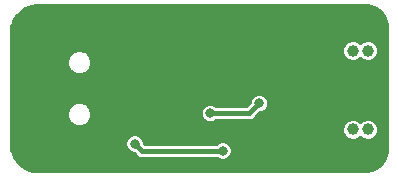
<source format=gbl>
G75*
G70*
%OFA0B0*%
%FSLAX24Y24*%
%IPPOS*%
%LPD*%
%AMOC8*
5,1,8,0,0,1.08239X$1,22.5*
%
%ADD10C,0.0317*%
%ADD11C,0.0160*%
%ADD12C,0.0396*%
%ADD13C,0.0180*%
D10*
X004530Y001330D03*
X007045Y002345D03*
X008180Y002830D03*
X008680Y002680D03*
X008180Y003680D03*
X007630Y003680D03*
X007180Y003680D03*
X007118Y004180D03*
X008180Y004480D03*
X008549Y004480D03*
X009305Y004055D03*
X007463Y001097D03*
D11*
X012443Y000497D02*
X001017Y000497D01*
X001101Y000462D02*
X000884Y000553D01*
X000697Y000697D01*
X000553Y000884D01*
X000462Y001101D01*
X000440Y001204D01*
X000440Y005156D01*
X000462Y005259D01*
X000553Y005476D01*
X000697Y005663D01*
X000884Y005807D01*
X001101Y005898D01*
X001204Y005920D01*
X012180Y005920D01*
X012296Y005911D01*
X012516Y005839D01*
X012703Y005703D01*
X012839Y005516D01*
X012911Y005296D01*
X012920Y005180D01*
X012920Y001180D01*
X012911Y001064D01*
X012839Y000844D01*
X012703Y000657D01*
X012516Y000521D01*
X012296Y000449D01*
X012180Y000440D01*
X001204Y000440D01*
X001101Y000462D01*
X000751Y000656D02*
X012702Y000656D01*
X012818Y000814D02*
X007659Y000814D01*
X007655Y000810D02*
X007750Y000905D01*
X007802Y001030D01*
X007802Y001164D01*
X007750Y001289D01*
X007655Y001384D01*
X007530Y001436D01*
X007396Y001436D01*
X007271Y001384D01*
X007254Y001367D01*
X004875Y001367D01*
X004869Y001373D01*
X004869Y001397D01*
X004817Y001522D01*
X004722Y001617D01*
X004597Y001669D01*
X004463Y001669D01*
X004338Y001617D01*
X004243Y001522D01*
X004191Y001397D01*
X004191Y001263D01*
X004243Y001138D01*
X004338Y001043D01*
X004463Y000991D01*
X004487Y000991D01*
X004610Y000868D01*
X004709Y000827D01*
X007254Y000827D01*
X007271Y000810D01*
X007396Y000758D01*
X007530Y000758D01*
X007655Y000810D01*
X007778Y000973D02*
X012881Y000973D01*
X012916Y001131D02*
X007802Y001131D01*
X007750Y001290D02*
X012920Y001290D01*
X012920Y001448D02*
X012431Y001448D01*
X012380Y001427D02*
X012519Y001484D01*
X012626Y001591D01*
X012683Y001730D01*
X012683Y001880D01*
X012626Y002019D01*
X012519Y002126D01*
X012380Y002183D01*
X012230Y002183D01*
X012091Y002126D01*
X012055Y002090D01*
X012019Y002126D01*
X011880Y002183D01*
X011730Y002183D01*
X011591Y002126D01*
X011484Y002019D01*
X011427Y001880D01*
X011427Y001730D01*
X011484Y001591D01*
X011591Y001484D01*
X011730Y001427D01*
X011880Y001427D01*
X012019Y001484D01*
X012055Y001520D01*
X012091Y001484D01*
X012230Y001427D01*
X012380Y001427D01*
X012179Y001448D02*
X011931Y001448D01*
X011679Y001448D02*
X004848Y001448D01*
X004733Y001607D02*
X011478Y001607D01*
X011427Y001765D02*
X000440Y001765D01*
X000440Y001607D02*
X004327Y001607D01*
X004212Y001448D02*
X000440Y001448D01*
X000440Y001290D02*
X004191Y001290D01*
X004250Y001131D02*
X000455Y001131D01*
X000516Y000973D02*
X004506Y000973D01*
X002928Y001943D02*
X002767Y001877D01*
X002593Y001877D01*
X002432Y001943D01*
X002309Y002066D01*
X002243Y002227D01*
X002243Y002401D01*
X002309Y002561D01*
X002432Y002684D01*
X002593Y002751D01*
X002767Y002751D01*
X002928Y002684D01*
X003051Y002561D01*
X003117Y002401D01*
X003117Y002227D01*
X003051Y002066D01*
X002928Y001943D01*
X002880Y001924D02*
X011445Y001924D01*
X011547Y002082D02*
X008415Y002082D01*
X008399Y002075D02*
X008498Y002116D01*
X008723Y002341D01*
X008747Y002341D01*
X008872Y002393D01*
X008967Y002488D01*
X009019Y002613D01*
X009019Y002747D01*
X008967Y002872D01*
X008872Y002967D01*
X008747Y003019D01*
X008613Y003019D01*
X008488Y002967D01*
X008393Y002872D01*
X008341Y002747D01*
X008341Y002723D01*
X008234Y002615D01*
X007254Y002615D01*
X007237Y002633D01*
X007113Y002684D01*
X006978Y002684D01*
X006853Y002633D01*
X006758Y002537D01*
X006707Y002413D01*
X006707Y002278D01*
X006758Y002153D01*
X006853Y002058D01*
X006978Y002007D01*
X007113Y002007D01*
X007237Y002058D01*
X007254Y002075D01*
X008292Y002075D01*
X008399Y002075D01*
X008622Y002241D02*
X012920Y002241D01*
X012920Y002399D02*
X008878Y002399D01*
X008996Y002558D02*
X012920Y002558D01*
X012920Y002716D02*
X009019Y002716D01*
X008965Y002875D02*
X012920Y002875D01*
X012920Y003033D02*
X000440Y003033D01*
X000440Y002875D02*
X008395Y002875D01*
X008334Y002716D02*
X002852Y002716D01*
X003052Y002558D02*
X006778Y002558D01*
X006707Y002399D02*
X003117Y002399D01*
X003117Y002241D02*
X006722Y002241D01*
X006830Y002082D02*
X003057Y002082D01*
X002480Y001924D02*
X000440Y001924D01*
X000440Y002082D02*
X002303Y002082D01*
X002243Y002241D02*
X000440Y002241D01*
X000440Y002399D02*
X002243Y002399D01*
X002308Y002558D02*
X000440Y002558D01*
X000440Y002716D02*
X002508Y002716D01*
X002593Y003609D02*
X002767Y003609D01*
X002928Y003676D01*
X003051Y003799D01*
X003117Y003959D01*
X003117Y004133D01*
X003051Y004294D01*
X002928Y004417D01*
X002767Y004483D01*
X002593Y004483D01*
X002432Y004417D01*
X002309Y004294D01*
X002243Y004133D01*
X002243Y003959D01*
X002309Y003799D01*
X002432Y003676D01*
X002593Y003609D01*
X002453Y003667D02*
X000440Y003667D01*
X000440Y003509D02*
X012920Y003509D01*
X012920Y003667D02*
X002907Y003667D01*
X003062Y003826D02*
X012920Y003826D01*
X012920Y003984D02*
X003117Y003984D01*
X003113Y004143D02*
X011558Y004143D01*
X011591Y004109D02*
X011484Y004216D01*
X011427Y004355D01*
X011427Y004505D01*
X011484Y004644D01*
X011591Y004751D01*
X011730Y004808D01*
X011880Y004808D01*
X012019Y004751D01*
X012055Y004715D01*
X012091Y004751D01*
X012230Y004808D01*
X012380Y004808D01*
X012519Y004751D01*
X012626Y004644D01*
X012683Y004505D01*
X012683Y004355D01*
X012626Y004216D01*
X012519Y004109D01*
X012380Y004052D01*
X012230Y004052D01*
X012091Y004109D01*
X012055Y004145D01*
X012019Y004109D01*
X011880Y004052D01*
X011730Y004052D01*
X011591Y004109D01*
X011449Y004301D02*
X003043Y004301D01*
X002824Y004460D02*
X011427Y004460D01*
X011474Y004618D02*
X000440Y004618D01*
X000440Y004460D02*
X002536Y004460D01*
X002317Y004301D02*
X000440Y004301D01*
X000440Y004143D02*
X002247Y004143D01*
X002243Y003984D02*
X000440Y003984D01*
X000440Y003826D02*
X002298Y003826D01*
X000440Y003350D02*
X012920Y003350D01*
X012920Y003192D02*
X000440Y003192D01*
X000440Y004777D02*
X011653Y004777D01*
X011957Y004777D02*
X012153Y004777D01*
X012457Y004777D02*
X012920Y004777D01*
X012920Y004935D02*
X000440Y004935D01*
X000440Y005094D02*
X012920Y005094D01*
X012914Y005252D02*
X000460Y005252D01*
X000526Y005411D02*
X012874Y005411D01*
X012801Y005569D02*
X000625Y005569D01*
X000781Y005728D02*
X012670Y005728D01*
X012372Y005886D02*
X001072Y005886D01*
X000607Y000814D02*
X007267Y000814D01*
X012632Y001607D02*
X012920Y001607D01*
X012920Y001765D02*
X012683Y001765D01*
X012665Y001924D02*
X012920Y001924D01*
X012920Y002082D02*
X012563Y002082D01*
X012552Y004143D02*
X012920Y004143D01*
X012920Y004301D02*
X012661Y004301D01*
X012683Y004460D02*
X012920Y004460D01*
X012920Y004618D02*
X012636Y004618D01*
X012058Y004143D02*
X012052Y004143D01*
D12*
X011805Y004430D03*
X012305Y004430D03*
X012305Y001805D03*
X011805Y001805D03*
X003930Y001430D03*
X003430Y001305D03*
X001680Y001555D03*
X001305Y001305D03*
X001305Y004805D03*
X001680Y005055D03*
X003430Y004805D03*
X003930Y004930D03*
D13*
X008345Y002345D02*
X008680Y002680D01*
X008345Y002345D02*
X007045Y002345D01*
X007463Y001097D02*
X004763Y001097D01*
X004530Y001330D01*
M02*

</source>
